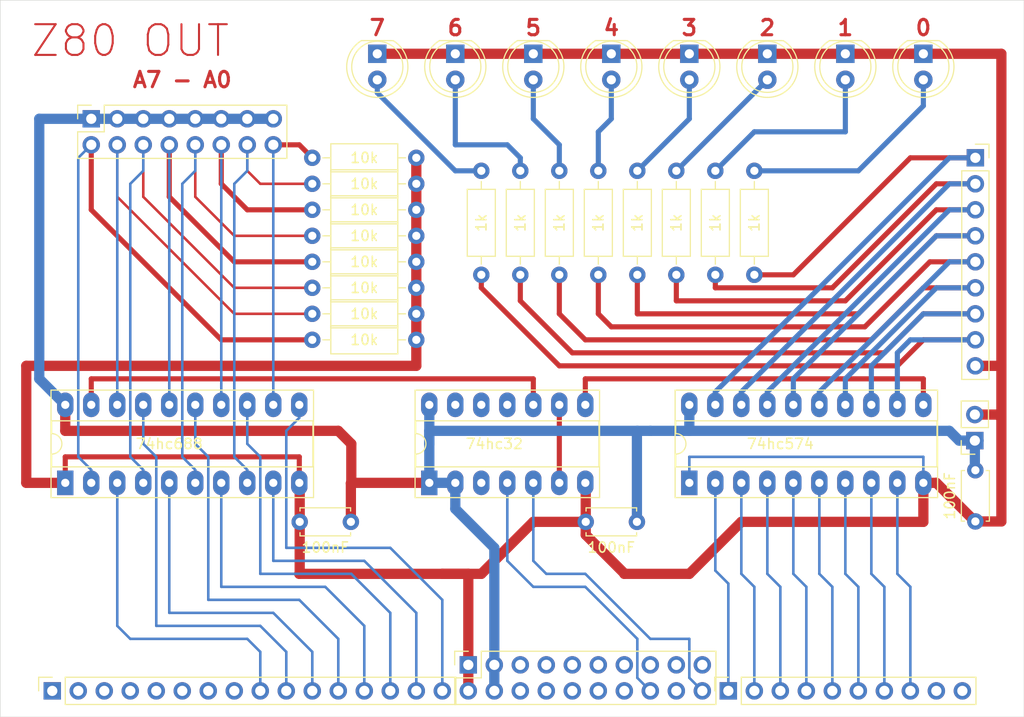
<source format=kicad_pcb>
(kicad_pcb (version 20211014) (generator pcbnew)
  (layers (0 "F.Cu" signal) (31 "B.Cu" signal) (34 "B.Paste" user) (35 "F.Paste" user) (36 "B.SilkS" user "B.Silkscreen") (37 "F.SilkS" user "F.Silkscreen") (38 "B.Mask" user) (39 "F.Mask" user) (44 "Edge.Cuts" user))
  (net 0 "")
  (footprint "Connector_PinSocket_2.54mm:PinSocket_1x10_P2.54mm_Vertical" (layer "F.Cu") (at 168.91 130.81 90)
    (fp_text reference "REF**" hide)
    (fp_text value "PinSocket_1x10_P2.54mm_Vertical" hide)
    (pad "1" thru_hole rect (at 0 0 90) (size 1.7 1.7) (drill 1) (layers F&B.Cu *.Mask))
    (pad "2" thru_hole oval (at 0 2.54 90) (size 1.7 1.7) (drill 1) (layers F&B.Cu *.Mask))
    (pad "3" thru_hole oval (at 0 5.08 90) (size 1.7 1.7) (drill 1) (layers F&B.Cu *.Mask))
    (pad "4" thru_hole oval (at 0 7.62 90) (size 1.7 1.7) (drill 1) (layers F&B.Cu *.Mask))
    (pad "5" thru_hole oval (at 0 10.16 90) (size 1.7 1.7) (drill 1) (layers F&B.Cu *.Mask))
    (pad "6" thru_hole oval (at 0 12.7 90) (size 1.7 1.7) (drill 1) (layers F&B.Cu *.Mask))
    (pad "7" thru_hole oval (at 0 15.24 90) (size 1.7 1.7) (drill 1) (layers F&B.Cu *.Mask))
    (pad "8" thru_hole oval (at 0 17.78 90) (size 1.7 1.7) (drill 1) (layers F&B.Cu *.Mask))
    (pad "9" thru_hole oval (at 0 20.32 90) (size 1.7 1.7) (drill 1) (layers F&B.Cu *.Mask))
    (pad "10" thru_hole oval (at 0 22.86 90) (size 1.7 1.7) (drill 1) (layers F&B.Cu *.Mask))
  )
  (footprint "Connector_PinSocket_2.54mm:PinSocket_2x10_P2.54mm_Vertical" (layer "F.Cu") (at 143.51 128.27 90)
    (fp_text reference "REF**" hide)
    (fp_text value "PinSocket_2x10_P2.54mm_Vertical" hide)
    (pad "1" thru_hole rect (at 0 0 90) (size 1.7 1.7) (drill 1) (layers F&B.Cu *.Mask))
    (pad "2" thru_hole oval (at -2.54 0 90) (size 1.7 1.7) (drill 1) (layers F&B.Cu *.Mask))
    (pad "3" thru_hole oval (at 0 2.54 90) (size 1.7 1.7) (drill 1) (layers F&B.Cu *.Mask))
    (pad "4" thru_hole oval (at -2.54 2.54 90) (size 1.7 1.7) (drill 1) (layers F&B.Cu *.Mask))
    (pad "5" thru_hole oval (at 0 5.08 90) (size 1.7 1.7) (drill 1) (layers F&B.Cu *.Mask))
    (pad "6" thru_hole oval (at -2.54 5.08 90) (size 1.7 1.7) (drill 1) (layers F&B.Cu *.Mask))
    (pad "7" thru_hole oval (at 0 7.62 90) (size 1.7 1.7) (drill 1) (layers F&B.Cu *.Mask))
    (pad "8" thru_hole oval (at -2.54 7.62 90) (size 1.7 1.7) (drill 1) (layers F&B.Cu *.Mask))
    (pad "9" thru_hole oval (at 0 10.16 90) (size 1.7 1.7) (drill 1) (layers F&B.Cu *.Mask))
    (pad "10" thru_hole oval (at -2.54 10.16 90) (size 1.7 1.7) (drill 1) (layers F&B.Cu *.Mask))
    (pad "11" thru_hole oval (at 0 12.7 90) (size 1.7 1.7) (drill 1) (layers F&B.Cu *.Mask))
    (pad "12" thru_hole oval (at -2.54 12.7 90) (size 1.7 1.7) (drill 1) (layers F&B.Cu *.Mask))
    (pad "13" thru_hole oval (at 0 15.24 90) (size 1.7 1.7) (drill 1) (layers F&B.Cu *.Mask))
    (pad "14" thru_hole oval (at -2.54 15.24 90) (size 1.7 1.7) (drill 1) (layers F&B.Cu *.Mask))
    (pad "15" thru_hole oval (at 0 17.78 90) (size 1.7 1.7) (drill 1) (layers F&B.Cu *.Mask))
    (pad "16" thru_hole oval (at -2.54 17.78 90) (size 1.7 1.7) (drill 1) (layers F&B.Cu *.Mask))
    (pad "17" thru_hole oval (at 0 20.32 90) (size 1.7 1.7) (drill 1) (layers F&B.Cu *.Mask))
    (pad "18" thru_hole oval (at -2.54 20.32 90) (size 1.7 1.7) (drill 1) (layers F&B.Cu *.Mask))
    (pad "19" thru_hole oval (at 0 22.86 90) (size 1.7 1.7) (drill 1) (layers F&B.Cu *.Mask))
    (pad "20" thru_hole oval (at -2.54 22.86 90) (size 1.7 1.7) (drill 1) (layers F&B.Cu *.Mask))
  )
  (footprint "Resistor_THT:R_Axial_DIN0207_L6.3mm_D2.5mm_P10.16mm_Horizontal" (layer "F.Cu") (at 144.78 90.17 90)
    (fp_text reference "1k" (at 5.08 0 90) (layer "F.SilkS"))
    (fp_text value "R_Axial_DIN0207_L6.3mm_D2.5mm_P10.16mm_Horizontal" hide)
    (pad "1" thru_hole circle (at 0 0 90) (size 1.6 1.6) (drill 0.8) (layers F&B.Cu *.Mask))
    (pad "2" thru_hole oval (at 10.16 0 90) (size 1.6 1.6) (drill 0.8) (layers F&B.Cu *.Mask))
  )
  (footprint "Resistor_THT:R_Axial_DIN0207_L6.3mm_D2.5mm_P10.16mm_Horizontal" (layer "F.Cu") (at 148.59 90.17 90)
    (fp_text reference "1k" (at 5.08 0 90) (layer "F.SilkS"))
    (fp_text value "R_Axial_DIN0207_L6.3mm_D2.5mm_P10.16mm_Horizontal" hide)
    (pad "1" thru_hole circle (at 0 0 90) (size 1.6 1.6) (drill 0.8) (layers F&B.Cu *.Mask))
    (pad "2" thru_hole oval (at 10.16 0 90) (size 1.6 1.6) (drill 0.8) (layers F&B.Cu *.Mask))
  )
  (footprint "Package_DIP:DIP-14_W7.62mm_Socket_LongPads" (layer "F.Cu") (at 139.7 110.49 90)
    (fp_text reference "74hc32" (at 3.81 6.35 180) (layer "F.SilkS"))
    (fp_text value "DIP-14_W7.62mm_Socket_LongPads" hide)
    (pad "1" thru_hole rect (at 0 0 90) (size 2.4 1.6) (drill 0.8) (layers *.Cu *.Mask))
    (pad "2" thru_hole oval (at 0 2.54 90) (size 2.4 1.6) (drill 0.8) (layers *.Cu *.Mask))
    (pad "3" thru_hole oval (at 0 5.08 90) (size 2.4 1.6) (drill 0.8) (layers *.Cu *.Mask))
    (pad "4" thru_hole oval (at 0 7.62 90) (size 2.4 1.6) (drill 0.8) (layers *.Cu *.Mask))
    (pad "5" thru_hole oval (at 0 10.16 90) (size 2.4 1.6) (drill 0.8) (layers *.Cu *.Mask))
    (pad "6" thru_hole oval (at 0 12.7 90) (size 2.4 1.6) (drill 0.8) (layers *.Cu *.Mask))
    (pad "7" thru_hole oval (at 0 15.24 90) (size 2.4 1.6) (drill 0.8) (layers *.Cu *.Mask))
    (pad "8" thru_hole oval (at 7.62 15.24 90) (size 2.4 1.6) (drill 0.8) (layers *.Cu *.Mask))
    (pad "9" thru_hole oval (at 7.62 12.7 90) (size 2.4 1.6) (drill 0.8) (layers *.Cu *.Mask))
    (pad "10" thru_hole oval (at 7.62 10.16 90) (size 2.4 1.6) (drill 0.8) (layers *.Cu *.Mask))
    (pad "11" thru_hole oval (at 7.62 7.62 90) (size 2.4 1.6) (drill 0.8) (layers *.Cu *.Mask))
    (pad "12" thru_hole oval (at 7.62 5.08 90) (size 2.4 1.6) (drill 0.8) (layers *.Cu *.Mask))
    (pad "13" thru_hole oval (at 7.62 2.54 90) (size 2.4 1.6) (drill 0.8) (layers *.Cu *.Mask))
    (pad "14" thru_hole oval (at 7.62 0 90) (size 2.4 1.6) (drill 0.8) (layers *.Cu *.Mask))
  )
  (footprint "LED_THT:LED_D5.0mm" (layer "F.Cu") (at 180.34 68.58 -90)
    (fp_text reference "REF**" hide)
    (fp_text value "LED_D5.0mm" hide)
    (pad "1" thru_hole rect (at 0 0 270) (size 1.8 1.8) (drill 0.9) (layers F&B.Cu *.Mask))
    (pad "2" thru_hole circle (at 2.54 0 270) (size 1.8 1.8) (drill 0.9) (layers F&B.Cu *.Mask))
  )
  (footprint "Connector_PinSocket_2.54mm:PinSocket_1x02_P2.54mm_Vertical" (layer "F.Cu") (at 192.99 106.3625 180)
    (fp_text reference "REF**" hide)
    (fp_text value "PinSocket_1x02_P2.54mm_Vertical" hide)
    (pad "1" thru_hole rect (at 0 0 180) (size 1.7 1.7) (drill 1) (layers *.Cu *.Mask))
    (pad "2" thru_hole oval (at 0 2.54 180) (size 1.7 1.7) (drill 1) (layers *.Cu *.Mask))
  )
  (footprint "LED_THT:LED_D5.0mm" (layer "F.Cu") (at 142.24 68.58 -90)
    (fp_text reference "REF**" hide)
    (fp_text value "LED_D5.0mm" hide)
    (pad "1" thru_hole rect (at 0 0 270) (size 1.8 1.8) (drill 0.9) (layers F&B.Cu *.Mask))
    (pad "2" thru_hole circle (at 2.54 0 270) (size 1.8 1.8) (drill 0.9) (layers F&B.Cu *.Mask))
  )
  (footprint "Connector_PinSocket_2.54mm:PinSocket_2x08_P2.54mm_Vertical" (layer "F.Cu") (at 106.68 74.93 90)
    (fp_text reference "REF**" hide)
    (fp_text value "PinSocket_2x08_P2.54mm_Vertical" hide)
    (pad "1" thru_hole rect (at 0 0 90) (size 1.7 1.7) (drill 1) (layers *.Cu *.Mask))
    (pad "2" thru_hole oval (at -2.54 0 90) (size 1.7 1.7) (drill 1) (layers *.Cu *.Mask))
    (pad "3" thru_hole oval (at 0 2.54 90) (size 1.7 1.7) (drill 1) (layers *.Cu *.Mask))
    (pad "4" thru_hole oval (at -2.54 2.54 90) (size 1.7 1.7) (drill 1) (layers *.Cu *.Mask))
    (pad "5" thru_hole oval (at 0 5.08 90) (size 1.7 1.7) (drill 1) (layers *.Cu *.Mask))
    (pad "6" thru_hole oval (at -2.54 5.08 90) (size 1.7 1.7) (drill 1) (layers *.Cu *.Mask))
    (pad "7" thru_hole oval (at 0 7.62 90) (size 1.7 1.7) (drill 1) (layers *.Cu *.Mask))
    (pad "8" thru_hole oval (at -2.54 7.62 90) (size 1.7 1.7) (drill 1) (layers *.Cu *.Mask))
    (pad "9" thru_hole oval (at 0 10.16 90) (size 1.7 1.7) (drill 1) (layers *.Cu *.Mask))
    (pad "10" thru_hole oval (at -2.54 10.16 90) (size 1.7 1.7) (drill 1) (layers *.Cu *.Mask))
    (pad "11" thru_hole oval (at 0 12.7 90) (size 1.7 1.7) (drill 1) (layers *.Cu *.Mask))
    (pad "12" thru_hole oval (at -2.54 12.7 90) (size 1.7 1.7) (drill 1) (layers *.Cu *.Mask))
    (pad "13" thru_hole oval (at 0 15.24 90) (size 1.7 1.7) (drill 1) (layers *.Cu *.Mask))
    (pad "14" thru_hole oval (at -2.54 15.24 90) (size 1.7 1.7) (drill 1) (layers *.Cu *.Mask))
    (pad "15" thru_hole oval (at 0 17.78 90) (size 1.7 1.7) (drill 1) (layers *.Cu *.Mask))
    (pad "16" thru_hole oval (at -2.54 17.78 90) (size 1.7 1.7) (drill 1) (layers *.Cu *.Mask))
  )
  (footprint "Resistor_THT:R_Axial_DIN0207_L6.3mm_D2.5mm_P10.16mm_Horizontal" (layer "F.Cu") (at 167.64 90.17 90)
    (fp_text reference "1k" (at 5.08 0 90) (layer "F.SilkS"))
    (fp_text value "R_Axial_DIN0207_L6.3mm_D2.5mm_P10.16mm_Horizontal" hide)
    (pad "1" thru_hole circle (at 0 0 90) (size 1.6 1.6) (drill 0.8) (layers F&B.Cu *.Mask))
    (pad "2" thru_hole oval (at 10.16 0 90) (size 1.6 1.6) (drill 0.8) (layers F&B.Cu *.Mask))
  )
  (footprint "Capacitor_THT:C_Disc_D4.7mm_W2.5mm_P5.00mm" (layer "F.Cu") (at 132.04 114.3 180)
    (fp_text reference "100nF" (at 2.5 -2.5) (layer "F.SilkS"))
    (fp_text value "C_Disc_D4.7mm_W2.5mm_P5.00mm" hide)
    (pad "1" thru_hole circle (at 0 0 180) (size 1.6 1.6) (drill 0.8) (layers F&B.Cu *.Mask))
    (pad "2" thru_hole circle (at 5 0 180) (size 1.6 1.6) (drill 0.8) (layers F&B.Cu *.Mask))
  )
  (footprint "Resistor_THT:R_Axial_DIN0207_L6.3mm_D2.5mm_P10.16mm_Horizontal" (layer "F.Cu") (at 156.21 90.17 90)
    (fp_text reference "1k" (at 5.08 0 90) (layer "F.SilkS"))
    (fp_text value "R_Axial_DIN0207_L6.3mm_D2.5mm_P10.16mm_Horizontal" hide)
    (pad "1" thru_hole circle (at 0 0 90) (size 1.6 1.6) (drill 0.8) (layers F&B.Cu *.Mask))
    (pad "2" thru_hole oval (at 10.16 0 90) (size 1.6 1.6) (drill 0.8) (layers F&B.Cu *.Mask))
  )
  (footprint "Resistor_THT:R_Axial_DIN0207_L6.3mm_D2.5mm_P10.16mm_Horizontal" (layer "F.Cu") (at 138.43 93.98 180)
    (fp_text reference "10k" (at 5.08 0) (layer "F.SilkS"))
    (fp_text value "R_Axial_DIN0207_L6.3mm_D2.5mm_P10.16mm_Horizontal" hide)
    (pad "1" thru_hole circle (at 0 0 180) (size 1.6 1.6) (drill 0.8) (layers F&B.Cu *.Mask))
    (pad "2" thru_hole oval (at 10.16 0 180) (size 1.6 1.6) (drill 0.8) (layers F&B.Cu *.Mask))
  )
  (footprint "Resistor_THT:R_Axial_DIN0207_L6.3mm_D2.5mm_P10.16mm_Horizontal" (layer "F.Cu") (at 138.43 78.74 180)
    (fp_text reference "10k" (at 5.08 0) (layer "F.SilkS"))
    (fp_text value "R_Axial_DIN0207_L6.3mm_D2.5mm_P10.16mm_Horizontal" hide)
    (pad "1" thru_hole circle (at 0 0 180) (size 1.6 1.6) (drill 0.8) (layers F&B.Cu *.Mask))
    (pad "2" thru_hole oval (at 10.16 0 180) (size 1.6 1.6) (drill 0.8) (layers F&B.Cu *.Mask))
  )
  (footprint "Resistor_THT:R_Axial_DIN0207_L6.3mm_D2.5mm_P10.16mm_Horizontal" (layer "F.Cu") (at 138.43 86.36 180)
    (fp_text reference "10k" (at 5.08 0) (layer "F.SilkS"))
    (fp_text value "R_Axial_DIN0207_L6.3mm_D2.5mm_P10.16mm_Horizontal" hide)
    (pad "1" thru_hole circle (at 0 0 180) (size 1.6 1.6) (drill 0.8) (layers F&B.Cu *.Mask))
    (pad "2" thru_hole oval (at 10.16 0 180) (size 1.6 1.6) (drill 0.8) (layers F&B.Cu *.Mask))
  )
  (footprint "LED_THT:LED_D5.0mm" (layer "F.Cu") (at 149.86 68.58 -90)
    (fp_text reference "REF**" hide)
    (fp_text value "LED_D5.0mm" hide)
    (pad "1" thru_hole rect (at 0 0 270) (size 1.8 1.8) (drill 0.9) (layers F&B.Cu *.Mask))
    (pad "2" thru_hole circle (at 2.54 0 270) (size 1.8 1.8) (drill 0.9) (layers F&B.Cu *.Mask))
  )
  (footprint "Package_DIP:DIP-20_W7.62mm_Socket_LongPads" (layer "F.Cu") (at 165.1 110.49 90)
    (fp_text reference "74hc574" (at 3.81 8.89 180) (layer "F.SilkS"))
    (fp_text value "DIP-20_W7.62mm_Socket_LongPads" hide)
    (pad "1" thru_hole rect (at 0 0 90) (size 2.4 1.6) (drill 0.8) (layers *.Cu *.Mask))
    (pad "2" thru_hole oval (at 0 2.54 90) (size 2.4 1.6) (drill 0.8) (layers *.Cu *.Mask))
    (pad "3" thru_hole oval (at 0 5.08 90) (size 2.4 1.6) (drill 0.8) (layers *.Cu *.Mask))
    (pad "4" thru_hole oval (at 0 7.62 90) (size 2.4 1.6) (drill 0.8) (layers *.Cu *.Mask))
    (pad "5" thru_hole oval (at 0 10.16 90) (size 2.4 1.6) (drill 0.8) (layers *.Cu *.Mask))
    (pad "6" thru_hole oval (at 0 12.7 90) (size 2.4 1.6) (drill 0.8) (layers *.Cu *.Mask))
    (pad "7" thru_hole oval (at 0 15.24 90) (size 2.4 1.6) (drill 0.8) (layers *.Cu *.Mask))
    (pad "8" thru_hole oval (at 0 17.78 90) (size 2.4 1.6) (drill 0.8) (layers *.Cu *.Mask))
    (pad "9" thru_hole oval (at 0 20.32 90) (size 2.4 1.6) (drill 0.8) (layers *.Cu *.Mask))
    (pad "10" thru_hole oval (at 0 22.86 90) (size 2.4 1.6) (drill 0.8) (layers *.Cu *.Mask))
    (pad "11" thru_hole oval (at 7.62 22.86 90) (size 2.4 1.6) (drill 0.8) (layers *.Cu *.Mask))
    (pad "12" thru_hole oval (at 7.62 20.32 90) (size 2.4 1.6) (drill 0.8) (layers *.Cu *.Mask))
    (pad "13" thru_hole oval (at 7.62 17.78 90) (size 2.4 1.6) (drill 0.8) (layers *.Cu *.Mask))
    (pad "14" thru_hole oval (at 7.62 15.24 90) (size 2.4 1.6) (drill 0.8) (layers *.Cu *.Mask))
    (pad "15" thru_hole oval (at 7.62 12.7 90) (size 2.4 1.6) (drill 0.8) (layers *.Cu *.Mask))
    (pad "16" thru_hole oval (at 7.62 10.16 90) (size 2.4 1.6) (drill 0.8) (layers *.Cu *.Mask))
    (pad "17" thru_hole oval (at 7.62 7.62 90) (size 2.4 1.6) (drill 0.8) (layers *.Cu *.Mask))
    (pad "18" thru_hole oval (at 7.62 5.08 90) (size 2.4 1.6) (drill 0.8) (layers *.Cu *.Mask))
    (pad "19" thru_hole oval (at 7.62 2.54 90) (size 2.4 1.6) (drill 0.8) (layers *.Cu *.Mask))
    (pad "20" thru_hole oval (at 7.62 0 90) (size 2.4 1.6) (drill 0.8) (layers *.Cu *.Mask))
  )
  (footprint "Resistor_THT:R_Axial_DIN0207_L6.3mm_D2.5mm_P10.16mm_Horizontal" (layer "F.Cu") (at 138.43 91.44 180)
    (fp_text reference "10k" (at 5.08 0) (layer "F.SilkS"))
    (fp_text value "R_Axial_DIN0207_L6.3mm_D2.5mm_P10.16mm_Horizontal" hide)
    (pad "1" thru_hole circle (at 0 0 180) (size 1.6 1.6) (drill 0.8) (layers F&B.Cu *.Mask))
    (pad "2" thru_hole oval (at 10.16 0 180) (size 1.6 1.6) (drill 0.8) (layers F&B.Cu *.Mask))
  )
  (footprint "Resistor_THT:R_Axial_DIN0207_L6.3mm_D2.5mm_P10.16mm_Horizontal" (layer "F.Cu") (at 152.4 90.17 90)
    (fp_text reference "1k" (at 5.08 0 90) (layer "F.SilkS"))
    (fp_text value "R_Axial_DIN0207_L6.3mm_D2.5mm_P10.16mm_Horizontal" hide)
    (pad "1" thru_hole circle (at 0 0 90) (size 1.6 1.6) (drill 0.8) (layers F&B.Cu *.Mask))
    (pad "2" thru_hole oval (at 10.16 0 90) (size 1.6 1.6) (drill 0.8) (layers F&B.Cu *.Mask))
  )
  (footprint "Resistor_THT:R_Axial_DIN0207_L6.3mm_D2.5mm_P10.16mm_Horizontal" (layer "F.Cu") (at 163.83 90.17 90)
    (fp_text reference "1k" (at 5.08 0 90) (layer "F.SilkS"))
    (fp_text value "R_Axial_DIN0207_L6.3mm_D2.5mm_P10.16mm_Horizontal" hide)
    (pad "1" thru_hole circle (at 0 0 90) (size 1.6 1.6) (drill 0.8) (layers F&B.Cu *.Mask))
    (pad "2" thru_hole oval (at 10.16 0 90) (size 1.6 1.6) (drill 0.8) (layers F&B.Cu *.Mask))
  )
  (footprint "Resistor_THT:R_Axial_DIN0207_L6.3mm_D2.5mm_P10.16mm_Horizontal" (layer "F.Cu") (at 138.43 83.82 180)
    (fp_text reference "10k" (at 5.08 0) (layer "F.SilkS"))
    (fp_text value "R_Axial_DIN0207_L6.3mm_D2.5mm_P10.16mm_Horizontal" hide)
    (pad "1" thru_hole circle (at 0 0 180) (size 1.6 1.6) (drill 0.8) (layers F&B.Cu *.Mask))
    (pad "2" thru_hole oval (at 10.16 0 180) (size 1.6 1.6) (drill 0.8) (layers F&B.Cu *.Mask))
  )
  (footprint "LED_THT:LED_D5.0mm" (layer "F.Cu") (at 157.48 68.58 -90)
    (fp_text reference "REF**" hide)
    (fp_text value "LED_D5.0mm" hide)
    (pad "1" thru_hole rect (at 0 0 270) (size 1.8 1.8) (drill 0.9) (layers F&B.Cu *.Mask))
    (pad "2" thru_hole circle (at 2.54 0 270) (size 1.8 1.8) (drill 0.9) (layers F&B.Cu *.Mask))
  )
  (footprint "LED_THT:LED_D5.0mm" (layer "F.Cu") (at 165.1 68.58 -90)
    (fp_text reference "REF**" hide)
    (fp_text value "LED_D5.0mm" hide)
    (pad "1" thru_hole rect (at 0 0 270) (size 1.8 1.8) (drill 0.9) (layers F&B.Cu *.Mask))
    (pad "2" thru_hole circle (at 2.54 0 270) (size 1.8 1.8) (drill 0.9) (layers F&B.Cu *.Mask))
  )
  (footprint "Connector_PinSocket_2.54mm:PinSocket_1x09_P2.54mm_Vertical" (layer "F.Cu") (at 193.04 78.74)
    (fp_text reference "REF**" hide)
    (fp_text value "PinSocket_1x09_P2.54mm_Vertical" hide)
    (pad "1" thru_hole rect (at 0 0) (size 1.7 1.7) (drill 1) (layers *.Cu *.Mask))
    (pad "2" thru_hole oval (at 0 2.54) (size 1.7 1.7) (drill 1) (layers *.Cu *.Mask))
    (pad "3" thru_hole oval (at 0 5.08) (size 1.7 1.7) (drill 1) (layers *.Cu *.Mask))
    (pad "4" thru_hole oval (at 0 7.62) (size 1.7 1.7) (drill 1) (layers *.Cu *.Mask))
    (pad "5" thru_hole oval (at 0 10.16) (size 1.7 1.7) (drill 1) (layers *.Cu *.Mask))
    (pad "6" thru_hole oval (at 0 12.7) (size 1.7 1.7) (drill 1) (layers *.Cu *.Mask))
    (pad "7" thru_hole oval (at 0 15.24) (size 1.7 1.7) (drill 1) (layers *.Cu *.Mask))
    (pad "8" thru_hole oval (at 0 17.78) (size 1.7 1.7) (drill 1) (layers *.Cu *.Mask))
    (pad "9" thru_hole oval (at 0 20.32) (size 1.7 1.7) (drill 1) (layers *.Cu *.Mask))
  )
  (footprint "Resistor_THT:R_Axial_DIN0207_L6.3mm_D2.5mm_P10.16mm_Horizontal" (layer "F.Cu") (at 138.43 88.9 180)
    (fp_text reference "10k" (at 5.08 0) (layer "F.SilkS"))
    (fp_text value "R_Axial_DIN0207_L6.3mm_D2.5mm_P10.16mm_Horizontal" hide)
    (pad "1" thru_hole circle (at 0 0 180) (size 1.6 1.6) (drill 0.8) (layers F&B.Cu *.Mask))
    (pad "2" thru_hole oval (at 10.16 0 180) (size 1.6 1.6) (drill 0.8) (layers F&B.Cu *.Mask))
  )
  (footprint "LED_THT:LED_D5.0mm" (layer "F.Cu") (at 187.96 68.58 -90)
    (fp_text reference "REF**" hide)
    (fp_text value "LED_D5.0mm" hide)
    (pad "1" thru_hole rect (at 0 0 270) (size 1.8 1.8) (drill 0.9) (layers F&B.Cu *.Mask))
    (pad "2" thru_hole circle (at 2.54 0 270) (size 1.8 1.8) (drill 0.9) (layers F&B.Cu *.Mask))
  )
  (footprint "LED_THT:LED_D5.0mm" (layer "F.Cu") (at 134.62 68.58 -90)
    (fp_text reference "REF**" hide)
    (fp_text value "LED_D5.0mm" hide)
    (pad "1" thru_hole rect (at 0 0 270) (size 1.8 1.8) (drill 0.9) (layers *.Cu *.Mask))
    (pad "2" thru_hole circle (at 2.54 0 270) (size 1.8 1.8) (drill 0.9) (layers *.Cu *.Mask))
  )
  (footprint "Resistor_THT:R_Axial_DIN0207_L6.3mm_D2.5mm_P10.16mm_Horizontal" (layer "F.Cu") (at 160.02 90.17 90)
    (fp_text reference "1k" (at 5.08 0 90) (layer "F.SilkS"))
    (fp_text value "R_Axial_DIN0207_L6.3mm_D2.5mm_P10.16mm_Horizontal" hide)
    (pad "1" thru_hole circle (at 0 0 90) (size 1.6 1.6) (drill 0.8) (layers F&B.Cu *.Mask))
    (pad "2" thru_hole oval (at 10.16 0 90) (size 1.6 1.6) (drill 0.8) (layers F&B.Cu *.Mask))
  )
  (footprint "Resistor_THT:R_Axial_DIN0207_L6.3mm_D2.5mm_P10.16mm_Horizontal" (layer "F.Cu") (at 138.43 96.52 180)
    (fp_text reference "10k" (at 5.08 0) (layer "F.SilkS"))
    (fp_text value "R_Axial_DIN0207_L6.3mm_D2.5mm_P10.16mm_Horizontal" hide)
    (pad "1" thru_hole circle (at 0 0 180) (size 1.6 1.6) (drill 0.8) (layers F&B.Cu *.Mask))
    (pad "2" thru_hole oval (at 10.16 0 180) (size 1.6 1.6) (drill 0.8) (layers F&B.Cu *.Mask))
  )
  (footprint "LED_THT:LED_D5.0mm" (layer "F.Cu") (at 172.72 68.58 -90)
    (fp_text reference "REF**" hide)
    (fp_text value "LED_D5.0mm" hide)
    (pad "1" thru_hole rect (at 0 0 270) (size 1.8 1.8) (drill 0.9) (layers F&B.Cu *.Mask))
    (pad "2" thru_hole circle (at 2.54 0 270) (size 1.8 1.8) (drill 0.9) (layers F&B.Cu *.Mask))
  )
  (footprint "Capacitor_THT:C_Disc_D4.7mm_W2.5mm_P5.00mm" (layer "F.Cu") (at 193.04 114.26 90)
    (fp_text reference "100nF" (at 2.5 -2.5 90) (layer "F.SilkS"))
    (fp_text value "C_Disc_D4.7mm_W2.5mm_P5.00mm" hide)
    (pad "1" thru_hole circle (at 0 0 90) (size 1.6 1.6) (drill 0.8) (layers F&B.Cu *.Mask))
    (pad "2" thru_hole circle (at 5 0 90) (size 1.6 1.6) (drill 0.8) (layers F&B.Cu *.Mask))
  )
  (footprint "Capacitor_THT:C_Disc_D4.7mm_W2.5mm_P5.00mm" (layer "F.Cu") (at 159.98 114.3 180)
    (fp_text reference "100nF" (at 2.5 -2.5) (layer "F.SilkS"))
    (fp_text value "C_Disc_D4.7mm_W2.5mm_P5.00mm" hide)
    (pad "1" thru_hole circle (at 0 0 180) (size 1.6 1.6) (drill 0.8) (layers F&B.Cu *.Mask))
    (pad "2" thru_hole circle (at 5 0 180) (size 1.6 1.6) (drill 0.8) (layers F&B.Cu *.Mask))
  )
  (footprint "Resistor_THT:R_Axial_DIN0207_L6.3mm_D2.5mm_P10.16mm_Horizontal" (layer "F.Cu") (at 171.45 90.17 90)
    (fp_text reference "1k" (at 5.08 0 90) (layer "F.SilkS"))
    (fp_text value "R_Axial_DIN0207_L6.3mm_D2.5mm_P10.16mm_Horizontal" hide)
    (pad "1" thru_hole circle (at 0 0 90) (size 1.6 1.6) (drill 0.8) (layers F&B.Cu *.Mask))
    (pad "2" thru_hole oval (at 10.16 0 90) (size 1.6 1.6) (drill 0.8) (layers F&B.Cu *.Mask))
  )
  (footprint "Package_DIP:DIP-20_W7.62mm_Socket_LongPads" (layer "F.Cu") (at 104.14 110.49 90)
    (fp_text reference "74hc688" (at 3.81 10.16 180) (layer "F.SilkS"))
    (fp_text value "DIP-20_W7.62mm_Socket_LongPads" hide)
    (pad "1" thru_hole rect (at 0 0 90) (size 2.4 1.6) (drill 0.8) (layers *.Cu *.Mask))
    (pad "2" thru_hole oval (at 0 2.54 90) (size 2.4 1.6) (drill 0.8) (layers *.Cu *.Mask))
    (pad "3" thru_hole oval (at 0 5.08 90) (size 2.4 1.6) (drill 0.8) (layers *.Cu *.Mask))
    (pad "4" thru_hole oval (at 0 7.62 90) (size 2.4 1.6) (drill 0.8) (layers *.Cu *.Mask))
    (pad "5" thru_hole oval (at 0 10.16 90) (size 2.4 1.6) (drill 0.8) (layers *.Cu *.Mask))
    (pad "6" thru_hole oval (at 0 12.7 90) (size 2.4 1.6) (drill 0.8) (layers *.Cu *.Mask))
    (pad "7" thru_hole oval (at 0 15.24 90) (size 2.4 1.6) (drill 0.8) (layers *.Cu *.Mask))
    (pad "8" thru_hole oval (at 0 17.78 90) (size 2.4 1.6) (drill 0.8) (layers *.Cu *.Mask))
    (pad "9" thru_hole oval (at 0 20.32 90) (size 2.4 1.6) (drill 0.8) (layers *.Cu *.Mask))
    (pad "10" thru_hole oval (at 0 22.86 90) (size 2.4 1.6) (drill 0.8) (layers *.Cu *.Mask))
    (pad "11" thru_hole oval (at 7.62 22.86 90) (size 2.4 1.6) (drill 0.8) (layers *.Cu *.Mask))
    (pad "12" thru_hole oval (at 7.62 20.32 90) (size 2.4 1.6) (drill 0.8) (layers *.Cu *.Mask))
    (pad "13" thru_hole oval (at 7.62 17.78 90) (size 2.4 1.6) (drill 0.8) (layers *.Cu *.Mask))
    (pad "14" thru_hole oval (at 7.62 15.24 90) (size 2.4 1.6) (drill 0.8) (layers *.Cu *.Mask))
    (pad "15" thru_hole oval (at 7.62 12.7 90) (size 2.4 1.6) (drill 0.8) (layers *.Cu *.Mask))
    (pad "16" thru_hole oval (at 7.62 10.16 90) (size 2.4 1.6) (drill 0.8) (layers *.Cu *.Mask))
    (pad "17" thru_hole oval (at 7.62 7.62 90) (size 2.4 1.6) (drill 0.8) (layers *.Cu *.Mask))
    (pad "18" thru_hole oval (at 7.62 5.08 90) (size 2.4 1.6) (drill 0.8) (layers *.Cu *.Mask))
    (pad "19" thru_hole oval (at 7.62 2.54 90) (size 2.4 1.6) (drill 0.8) (layers *.Cu *.Mask))
    (pad "20" thru_hole oval (at 7.62 0 90) (size 2.4 1.6) (drill 0.8) (layers *.Cu *.Mask))
  )
  (footprint "Connector_PinSocket_2.54mm:PinSocket_1x16_P2.54mm_Vertical" (layer "F.Cu") (at 102.87 130.81 90)
    (fp_text reference "REF**" hide)
    (fp_text value "PinSocket_1x16_P2.54mm_Vertical" hide)
    (pad "1" thru_hole rect (at 0 0 90) (size 1.7 1.7) (drill 1) (layers F&B.Cu *.Mask))
    (pad "2" thru_hole oval (at 0 2.54 90) (size 1.7 1.7) (drill 1) (layers F&B.Cu *.Mask))
    (pad "3" thru_hole oval (at 0 5.08 90) (size 1.7 1.7) (drill 1) (layers F&B.Cu *.Mask))
    (pad "4" thru_hole oval (at 0 7.62 90) (size 1.7 1.7) (drill 1) (layers F&B.Cu *.Mask))
    (pad "5" thru_hole oval (at 0 10.16 90) (size 1.7 1.7) (drill 1) (layers F&B.Cu *.Mask))
    (pad "6" thru_hole oval (at 0 12.7 90) (size 1.7 1.7) (drill 1) (layers F&B.Cu *.Mask))
    (pad "7" thru_hole oval (at 0 15.24 90) (size 1.7 1.7) (drill 1) (layers F&B.Cu *.Mask))
    (pad "8" thru_hole oval (at 0 17.78 90) (size 1.7 1.7) (drill 1) (layers F&B.Cu *.Mask))
    (pad "9" thru_hole oval (at 0 20.32 90) (size 1.7 1.7) (drill 1) (layers F&B.Cu *.Mask))
    (pad "10" thru_hole oval (at 0 22.86 90) (size 1.7 1.7) (drill 1) (layers F&B.Cu *.Mask))
    (pad "11" thru_hole oval (at 0 25.4 90) (size 1.7 1.7) (drill 1) (layers F&B.Cu *.Mask))
    (pad "12" thru_hole oval (at 0 27.94 90) (size 1.7 1.7) (drill 1) (layers F&B.Cu *.Mask))
    (pad "13" thru_hole oval (at 0 30.48 90) (size 1.7 1.7) (drill 1) (layers F&B.Cu *.Mask))
    (pad "14" thru_hole oval (at 0 33.02 90) (size 1.7 1.7) (drill 1) (layers F&B.Cu *.Mask))
    (pad "15" thru_hole oval (at 0 35.56 90) (size 1.7 1.7) (drill 1) (layers F&B.Cu *.Mask))
    (pad "16" thru_hole oval (at 0 38.1 90) (size 1.7 1.7) (drill 1) (layers F&B.Cu *.Mask))
  )
  (footprint "Resistor_THT:R_Axial_DIN0207_L6.3mm_D2.5mm_P10.16mm_Horizontal" (layer "F.Cu") (at 138.43 81.28 180)
    (fp_text reference "10k" (at 5.08 0) (layer "F.SilkS"))
    (fp_text value "R_Axial_DIN0207_L6.3mm_D2.5mm_P10.16mm_Horizontal" hide)
    (pad "1" thru_hole circle (at 0 0 180) (size 1.6 1.6) (drill 0.8) (layers F&B.Cu *.Mask))
    (pad "2" thru_hole oval (at 10.16 0 180) (size 1.6 1.6) (drill 0.8) (layers F&B.Cu *.Mask))
  )
  (gr_rect (start 97.79 63.35) (end 197.79 133.35) (layer "Edge.Cuts") (width 0.05) (fill none))
  (gr_text "6" (at 142.24 66.04) (layer "F.Cu") (effects (font (size 1.5 1.5) (thickness 0.3))))
  (gr_text "A7 - A0" (at 115.57 71.12) (layer "F.Cu") (effects (font (size 1.5 1.5) (thickness 0.3))))
  (gr_text "Z80 OUT" (at 110.49 67.31) (layer "F.Cu") (effects (font (size 3 3) (thickness 0.2))))
  (gr_text "3" (at 165.1 66.04) (layer "F.Cu") (effects (font (size 1.5 1.5) (thickness 0.3))))
  (gr_text "2" (at 172.72 66.04) (layer "F.Cu") (effects (font (size 1.5 1.5) (thickness 0.3))))
  (gr_text "4" (at 157.48 66.04) (layer "F.Cu") (effects (font (size 1.5 1.5) (thickness 0.3))))
  (gr_text "1" (at 180.34 66.04) (layer "F.Cu") (effects (font (size 1.5 1.5) (thickness 0.3))))
  (gr_text "5" (at 149.86 66.04) (layer "F.Cu") (effects (font (size 1.5 1.5) (thickness 0.3))))
  (gr_text "7" (at 134.62 66.04) (layer "F.Cu") (effects (font (size 1.5 1.5) (thickness 0.3))))
  (gr_text "0" (at 187.96 66.04) (layer "F.Cu") (effects (font (size 1.5 1.5) (thickness 0.3))))
  (segment (start 138.43 86.36) (end 138.43 88.9) (width 1) (layer "F.Cu") (net 0))
  (segment (start 172.72 68.58) (end 180.34 68.58) (width 1) (layer "F.Cu") (net 0))
  (segment (start 186.69 68.58) (end 187.96 68.58) (width 1) (layer "F.Cu") (net 0))
  (segment (start 149.86 68.58) (end 157.48 68.58) (width 1) (layer "F.Cu") (net 0))
  (segment (start 140.97 119.38) (end 144.78 119.38) (width 1) (layer "F.Cu") (net 0))
  (segment (start 120.65 88.9) (end 114.3 82.55) (width 0.5) (layer "F.Cu") (net 0))
  (segment (start 127 77.47) (end 124.46 77.47) (width 0.5) (layer "F.Cu") (net 0))
  (segment (start 193 114.26) (end 193.04 114.26) (width 1) (layer "F.Cu") (net 0))
  (segment (start 193.04 96.52) (end 187.96 96.52) (width 0.5) (layer "F.Cu") (net 0))
  (segment (start 127.04 110.53) (end 127 110.49) (width 1) (layer "F.Cu") (net 0))
  (segment (start 132.08 106.68) (end 130.81 105.41) (width 1) (layer "F.Cu") (net 0))
  (segment (start 158.75 119.38) (end 165.1 119.38) (width 1) (layer "F.Cu") (net 0))
  (segment (start 157.48 95.25) (end 182.245 95.25) (width 0.5) (layer "F.Cu") (net 0))
  (segment (start 195.58 68.58) (end 186.69 68.58) (width 1) (layer "F.Cu") (net 0))
  (segment (start 144.78 119.38) (end 149.86 114.3) (width 1) (layer "F.Cu") (net 0))
  (segment (start 154.98 110.53) (end 154.94 110.49) (width 1) (layer "F.Cu") (net 0))
  (segment (start 180.34 68.58) (end 186.69 68.58) (width 1) (layer "F.Cu") (net 0))
  (segment (start 144.78 91.44) (end 144.78 90.17) (width 0.5) (layer "F.Cu") (net 0))
  (segment (start 175.26 90.17) (end 186.69 78.74) (width 0.5) (layer "F.Cu") (net 0))
  (segment (start 188.595 88.9) (end 193.04 88.9) (width 0.5) (layer "F.Cu") (net 0))
  (segment (start 185.42 99.06) (end 152.4 99.06) (width 0.5) (layer "F.Cu") (net 0))
  (segment (start 120.65 86.36) (end 128.27 86.36) (width 0.25) (layer "F.Cu") (net 0))
  (segment (start 152.4 99.06) (end 144.78 91.44) (width 0.5) (layer "F.Cu") (net 0))
  (segment (start 127 119.38) (end 127.04 119.34) (width 1) (layer "F.Cu") (net 0))
  (segment (start 121.92 80.01) (end 123.19 81.28) (width 0.25) (layer "F.Cu") (net 0))
  (segment (start 195.2625 103.8225) (end 195.58 104.14) (width 1) (layer "F.Cu") (net 0))
  (segment (start 163.83 92.71) (end 180.34 92.71) (width 0.5) (layer "F.Cu") (net 0))
  (segment (start 195.58 104.14) (end 195.58 99.06) (width 1) (layer "F.Cu") (net 0))
  (segment (start 100.33 110.49) (end 104.14 110.49) (width 1) (layer "F.Cu") (net 0))
  (segment (start 182.88 96.52) (end 154.94 96.52) (width 0.5) (layer "F.Cu") (net 0))
  (segment (start 130.81 105.41) (end 104.14 105.41) (width 1) (layer "F.Cu") (net 0))
  (segment (start 187.96 100.33) (end 187.96 102.87) (width 0.5) (layer "F.Cu") (net 0))
  (segment (start 127.04 119.34) (end 127.04 114.3) (width 1) (layer "F.Cu") (net 0))
  (segment (start 195.58 99.06) (end 193.04 99.06) (width 1) (layer "F.Cu") (net 0))
  (segment (start 123.19 81.28) (end 128.27 81.28) (width 0.25) (layer "F.Cu") (net 0))
  (segment (start 154.94 96.52) (end 152.4 93.98) (width 0.5) (layer "F.Cu") (net 0))
  (segment (start 128.27 88.9) (end 120.65 88.9) (width 0.5) (layer "F.Cu") (net 0))
  (segment (start 100.33 99.06) (end 100.33 110.49) (width 1) (layer "F.Cu") (net 0))
  (segment (start 138.43 88.9) (end 138.43 91.44) (width 1) (layer "F.Cu") (net 0))
  (segment (start 152.4 102.87) (end 152.4 110.49) (width 0.5) (layer "F.Cu") (net 0))
  (segment (start 127.04 114.3) (end 127.04 110.53) (width 1) (layer "F.Cu") (net 0))
  (segment (start 140.97 119.38) (end 127 119.38) (width 1) (layer "F.Cu") (net 0))
  (segment (start 189.23 86.36) (end 181.61 93.98) (width 0.5) (layer "F.Cu") (net 0))
  (segment (start 116.84 77.47) (end 116.84 82.55) (width 0.25) (layer "F.Cu") (net 0))
  (segment (start 193.04 86.36) (end 189.23 86.36) (width 0.5) (layer "F.Cu") (net 0))
  (segment (start 106.68 102.87) (end 106.68 100.33) (width 0.5) (layer "F.Cu") (net 0))
  (segment (start 182.245 95.25) (end 188.595 88.9) (width 0.5) (layer "F.Cu") (net 0))
  (segment (start 167.64 91.44) (end 179.07 91.44) (width 0.5) (layer "F.Cu") (net 0))
  (segment (start 157.48 68.58) (end 165.1 68.58) (width 1) (layer "F.Cu") (net 0))
  (segment (start 189.23 110.49) (end 193 114.26) (width 1) (layer "F.Cu") (net 0))
  (segment (start 148.59 92.71) (end 153.67 97.79) (width 0.5) (layer "F.Cu") (net 0))
  (segment (start 156.21 90.17) (end 156.21 93.98) (width 0.5) (layer "F.Cu") (net 0))
  (segment (start 187.96 114.3) (end 187.96 110.49) (width 1) (layer "F.Cu") (net 0))
  (segment (start 195.58 114.26) (end 195.58 104.14) (width 1) (layer "F.Cu") (net 0))
  (segment (start 181.61 93.98) (end 160.02 93.98) (width 0.5) (layer "F.Cu") (net 0))
  (segment (start 104.14 107.95) (end 127 107.95) (width 0.5) (layer "F.Cu") (net 0))
  (segment (start 111.76 82.55) (end 120.65 91.44) (width 0.25) (layer "F.Cu") (net 0))
  (segment (start 149.86 114.3) (end 154.98 114.3) (width 1) (layer "F.Cu") (net 0))
  (segment (start 104.14 110.49) (end 104.14 107.95) (width 0.5) (layer "F.Cu") (net 0))
  (segment (start 187.96 93.98) (end 193.04 93.98) (width 0.5) (layer "F.Cu") (net 0))
  (segment (start 106.68 83.82) (end 106.68 77.47) (width 0.5) (layer "F.Cu") (net 0))
  (segment (start 121.92 77.47) (end 121.92 80.01) (width 0.25) (layer "F.Cu") (net 0))
  (segment (start 148.59 90.17) (end 148.59 92.71) (width 0.5) (layer "F.Cu") (net 0))
  (segment (start 154.98 115.57) (end 158.75 119.34) (width 1) (layer "F.Cu") (net 0))
  (segment (start 170.18 114.3) (end 187.96 114.3) (width 1) (layer "F.Cu") (net 0))
  (segment (start 193.04 91.44) (end 187.96 91.44) (width 0.5) (layer "F.Cu") (net 0))
  (segment (start 165.1 68.58) (end 172.72 68.58) (width 1) (layer "F.Cu") (net 0))
  (segment (start 138.43 81.28) (end 138.43 83.82) (width 1) (layer "F.Cu") (net 0))
  (segment (start 138.43 99.06) (end 100.33 99.06) (width 1) (layer "F.Cu") (net 0))
  (segment (start 132.08 110.49) (end 132.08 106.68) (width 1) (layer "F.Cu") (net 0))
  (segment (start 189.23 83.82) (end 193.04 83.82) (width 0.5) (layer "F.Cu") (net 0))
  (segment (start 128.27 96.52) (end 119.38 96.52) (width 0.5) (layer "F.Cu") (net 0))
  (segment (start 106.68 100.33) (end 149.86 100.33) (width 0.5) (layer "F.Cu") (net 0))
  (segment (start 195.58 99.06) (end 195.58 68.58) (width 1) (layer "F.Cu") (net 0))
  (segment (start 165.1 119.38) (end 170.18 114.3) (width 1) (layer "F.Cu") (net 0))
  (segment (start 114.3 82.55) (end 114.3 77.47) (width 0.5) (layer "F.Cu") (net 0))
  (segment (start 132.04 114.3) (end 132.04 110.53) (width 1) (layer "F.Cu") (net 0))
  (segment (start 109.22 82.55) (end 120.65 93.98) (width 0.25) (layer "F.Cu") (net 0))
  (segment (start 119.38 81.28) (end 119.38 77.47) (width 0.5) (layer "F.Cu") (net 0))
  (segment (start 119.38 96.52) (end 106.68 83.82) (width 0.5) (layer "F.Cu") (net 0))
  (segment (start 186.69 78.74) (end 193.04 78.74) (width 0.5) (layer "F.Cu") (net 0))
  (segment (start 153.67 97.79) (end 184.15 97.79) (width 0.5) (layer "F.Cu") (net 0))
  (segment (start 134.62 68.58) (end 149.86 68.58) (width 1) (layer "F.Cu") (net 0))
  (segment (start 138.43 83.82) (end 138.43 86.36) (width 1) (layer "F.Cu") (net 0))
  (segment (start 149.86 100.33) (end 149.86 102.87) (width 0.5) (layer "F.Cu") (net 0))
  (segment (start 171.45 90.17) (end 175.26 90.17) (width 0.5) (layer "F.Cu") (net 0))
  (segment (start 167.64 90.17) (end 167.64 91.44) (width 0.5) (layer "F.Cu") (net 0))
  (segment (start 128.27 83.82) (end 121.92 83.82) (width 0.5) (layer "F.Cu") (net 0))
  (segment (start 152.4 93.98) (end 152.4 90.17) (width 0.5) (layer "F.Cu") (net 0))
  (segment (start 104.14 105.41) (end 104.14 102.87) (width 1) (layer "F.Cu") (net 0))
  (segment (start 138.43 78.74) (end 138.43 81.28) (width 1) (layer "F.Cu") (net 0))
  (segment (start 154.94 100.33) (end 187.96 100.33) (width 0.5) (layer "F.Cu") (net 0))
  (segment (start 120.65 91.44) (end 128.27 91.44) (width 0.25) (layer "F.Cu") (net 0))
  (segment (start 184.15 97.79) (end 187.96 93.98) (width 0.5) (layer "F.Cu") (net 0))
  (segment (start 160.02 93.98) (end 160.02 90.17) (width 0.5) (layer "F.Cu") (net 0))
  (segment (start 132.04 110.53) (end 132.08 110.49) (width 1) (layer "F.Cu") (net 0))
  (segment (start 121.92 83.82) (end 119.38 81.28) (width 0.5) (layer "F.Cu") (net 0))
  (segment (start 111.76 77.47) (end 111.76 82.55) (width 0.25) (layer "F.Cu") (net 0))
  (segment (start 116.84 82.55) (end 120.65 86.36) (width 0.25) (layer "F.Cu") (net 0))
  (segment (start 193.3575 103.8225) (end 195.2625 103.8225) (width 1) (layer "F.Cu") (net 0))
  (segment (start 156.21 93.98) (end 157.48 95.25) (width 0.5) (layer "F.Cu") (net 0))
  (segment (start 187.96 91.44) (end 182.88 96.52) (width 0.5) (layer "F.Cu") (net 0))
  (segment (start 163.83 90.17) (end 163.83 92.71) (width 0.5) (layer "F.Cu") (net 0))
  (segment (start 143.51 130.81) (end 143.51 128.27) (width 1) (layer "F.Cu") (net 0))
  (segment (start 158.75 119.34) (end 158.75 119.38) (width 1) (layer "F.Cu") (net 0))
  (segment (start 120.65 93.98) (end 128.27 93.98) (width 0.25) (layer "F.Cu") (net 0))
  (segment (start 154.98 114.3) (end 154.98 110.53) (width 1) (layer "F.Cu") (net 0))
  (segment (start 180.34 92.71) (end 189.23 83.82) (width 0.5) (layer "F.Cu") (net 0))
  (segment (start 193.04 114.26) (end 195.58 114.26) (width 1) (layer "F.Cu") (net 0))
  (segment (start 187.96 96.52) (end 185.42 99.06) (width 0.5) (layer "F.Cu") (net 0))
  (segment (start 109.22 77.47) (end 109.22 82.55) (width 0.25) (layer "F.Cu") (net 0))
  (segment (start 189.23 81.28) (end 193.04 81.28) (width 0.5) (layer "F.Cu") (net 0))
  (segment (start 143.51 119.38) (end 140.97 119.38) (width 1) (layer "F.Cu") (net 0))
  (segment (start 179.07 91.44) (end 189.23 81.28) (width 0.5) (layer "F.Cu") (net 0))
  (segment (start 143.51 128.27) (end 143.51 119.38) (width 1) (layer "F.Cu") (net 0))
  (segment (start 187.96 110.49) (end 189.23 110.49) (width 1) (layer "F.Cu") (net 0))
  (segment (start 132.08 110.49) (end 139.7 110.49) (width 1) (layer "F.Cu") (net 0))
  (segment (start 127 107.95) (end 127 110.49) (width 0.5) (layer "F.Cu") (net 0))
  (segment (start 128.27 78.74) (end 127 77.47) (width 0.5) (layer "F.Cu") (net 0))
  (segment (start 154.98 114.3) (end 154.98 115.57) (width 1) (layer "F.Cu") (net 0))
  (segment (start 138.43 91.44) (end 138.43 99.06) (width 1) (layer "F.Cu") (net 0))
  (segment (start 154.94 102.87) (end 154.94 100.33) (width 0.5) (layer "F.Cu") (net 0))
  (segment (start 175.26 102.87) (end 175.26 100.33) (width 0.5) (layer "B.Cu") (net 0))
  (segment (start 192.99 106.73) (end 193.3575 106.3625) (width 1) (layer "B.Cu") (net 0))
  (segment (start 181.61 130.81) (end 181.61 120.65) (width 0.25) (layer "B.Cu") (net 0))
  (segment (start 177.8 110.49) (end 177.8 119.38) (width 0.25) (layer "B.Cu") (net 0))
  (segment (start 148.59 80.01) (end 148.59 78.74) (width 0.5) (layer "B.Cu") (net 0))
  (segment (start 121.92 110.49) (end 121.92 109.22) (width 0.25) (layer "B.Cu") (net 0))
  (segment (start 167.64 80.01) (end 171.45 76.2) (width 0.5) (layer "B.Cu") (net 0))
  (segment (start 114.3 74.93) (end 111.76 74.93) (width 1) (layer "B.Cu") (net 0))
  (segment (start 121.92 109.22) (end 120.65 107.95) (width 0.25) (layer "B.Cu") (net 0))
  (segment (start 171.45 80.01) (end 181.61 80.01) (width 0.5) (layer "B.Cu") (net 0))
  (segment (start 147.32 77.47) (end 142.24 77.47) (width 0.5) (layer "B.Cu") (net 0))
  (segment (start 185.42 102.87) (end 185.42 97.79) (width 0.5) (layer "B.Cu") (net 0))
  (segment (start 116.84 106.68) (end 118.11 107.95) (width 0.25) (layer "B.Cu") (net 0))
  (segment (start 115.57 107.95) (end 115.57 81.28) (width 0.25) (layer "B.Cu") (net 0))
  (segment (start 172.72 110.49) (end 172.72 119.38) (width 0.25) (layer "B.Cu") (net 0))
  (segment (start 177.8 101.6) (end 177.8 102.87) (width 0.5) (layer "B.Cu") (net 0))
  (segment (start 101.6 100.33) (end 101.6 74.93) (width 1) (layer "B.Cu") (net 0))
  (segment (start 151.13 119.38) (end 149.86 118.11) (width 0.25) (layer "B.Cu") (net 0))
  (segment (start 116.84 109.22) (end 115.57 107.95) (width 0.25) (layer "B.Cu") (net 0))
  (segment (start 171.45 76.2) (end 180.34 76.2) (width 0.5) (layer "B.Cu") (net 0))
  (segment (start 118.11 107.95) (end 118.11 121.92) (width 0.25) (layer "B.Cu") (net 0))
  (segment (start 187.96 107.95) (end 187.96 110.49) (width 0.25) (layer "B.Cu") (net 0))
  (segment (start 121.92 106.68) (end 123.19 107.95) (width 0.25) (layer "B.Cu") (net 0))
  (segment (start 121.92 125.73) (end 110.49 125.73) (width 0.25) (layer "B.Cu") (net 0))
  (segment (start 116.84 102.87) (end 116.84 106.68) (width 0.25) (layer "B.Cu") (net 0))
  (segment (start 128.27 127) (end 128.27 130.81) (width 0.25) (layer "B.Cu") (net 0))
  (segment (start 139.7 110.49) (end 139.7 106.68) (width 1) (layer "B.Cu") (net 0))
  (segment (start 190.5 78.74) (end 167.64 101.6) (width 0.5) (layer "B.Cu") (net 0))
  (segment (start 182.88 99.06) (end 182.88 102.87) (width 0.5) (layer "B.Cu") (net 0))
  (segment (start 177.8 119.38) (end 179.07 120.65) (width 0.25) (layer "B.Cu") (net 0))
  (segment (start 125.73 105.41) (end 125.73 116.84) (width 0.25) (layer "B.Cu") (net 0))
  (segment (start 139.7 110.49) (end 142.24 110.49) (width 1) (layer "B.Cu") (net 0))
  (segment (start 176.53 130.81) (end 176.53 120.65) (width 0.25) (layer "B.Cu") (net 0))
  (segment (start 154.94 119.38) (end 151.13 119.38) (width 0.25) (layer "B.Cu") (net 0))
  (segment (start 135.89 123.19) (end 135.89 130.81) (width 0.25) (layer "B.Cu") (net 0))
  (segment (start 111.76 106.68) (end 113.03 107.95) (width 0.25) (layer "B.Cu") (net 0))
  (segment (start 175.26 100.33) (end 189.23 86.36) (width 0.5) (layer "B.Cu") (net 0))
  (segment (start 161.29 125.73) (end 154.94 119.38) (width 0.25) (layer "B.Cu") (net 0))
  (segment (start 186.69 130.81) (end 186.69 120.65) (width 0.25) (layer "B.Cu") (net 0))
  (segment (start 156.21 76.2) (end 156.21 80.01) (width 0.5) (layer "B.Cu") (net 0))
  (segment (start 113.03 124.46) (end 123.19 124.46) (width 0.25) (layer "B.Cu") (net 0))
  (segment (start 176.53 120.65) (end 175.26 119.38) (width 0.25) (layer "B.Cu") (net 0))
  (segment (start 149.86 120.65) (end 147.32 118.11) (width 0.25) (layer "B.Cu") (net 0))
  (segment (start 105.41 78.74) (end 106.68 77.47) (width 0.25) (layer "B.Cu") (net 0))
  (segment (start 125.73 127) (end 125.73 130.81) (width 0.25) (layer "B.Cu") (net 0))
  (segment (start 165.1 74.93) (end 160.02 80.01) (width 0.5) (layer "B.Cu") (net 0))
  (segment (start 119.38 74.93) (end 116.84 74.93) (width 1) (layer "B.Cu") (net 0))
  (segment (start 161.29 105.41) (end 165.1 105.41) (width 1) (layer "B.Cu") (net 0))
  (segment (start 127 102.87) (end 127 104.14) (width 0.25) (layer "B.Cu") (net 0))
  (segment (start 175.26 119.38) (end 175.26 110.49) (width 0.25) (layer "B.Cu") (net 0))
  (segment (start 114.3 110.49) (end 114.3 123.19) (width 0.25) (layer "B.Cu") (net 0))
  (segment (start 116.84 110.49) (end 116.84 109.22) (width 0.25) (layer "B.Cu") (net 0))
  (segment (start 154.94 120.65) (end 149.86 120.65) (width 0.25) (layer "B.Cu") (net 0))
  (segment (start 115.57 81.28) (end 116.84 80.01) (width 0.25) (layer "B.Cu") (net 0))
  (segment (start 105.41 107.95) (end 105.41 78.74) (width 0.25) (layer "B.Cu") (net 0))
  (segment (start 156.21 121.92) (end 154.94 120.65) (width 0.25) (layer "B.Cu") (net 0))
  (segment (start 109.22 124.46) (end 109.22 110.49) (width 0.25) (layer "B.Cu") (net 0))
  (segment (start 116.84 74.93) (end 114.3 74.93) (width 1) (layer "B.Cu") (net 0))
  (segment (start 182.88 110.49) (end 182.88 119.38) (width 0.25) (layer "B.Cu") (net 0))
  (segment (start 113.03 107.95) (end 113.03 124.46) (width 0.25) (layer "B.Cu") (net 0))
  (segment (start 111.76 109.22) (end 110.49 107.95) (width 0.25) (layer "B.Cu") (net 0))
  (segment (start 157.48 71.12) (end 157.48 74.93) (width 0.5) (layer "B.Cu") (net 0))
  (segment (start 130.81 125.73) (end 130.81 130.81) (width 0.25) (layer "B.Cu") (net 0))
  (segment (start 110.49 125.73) (end 109.22 124.46) (width 0.25) (layer "B.Cu") (net 0))
  (segment (start 148.59 78.74) (end 147.32 77.47) (width 0.5) (layer "B.Cu") (net 0))
  (segment (start 159.98 105.45) (end 160.02 105.41) (width 1) (layer "B.Cu") (net 0))
  (segment (start 168.91 120.3325) (end 167.64 119.0625) (width 0.25) (layer "B.Cu") (net 0))
  (segment (start 179.07 120.65) (end 179.07 130.81) (width 0.25) (layer "B.Cu") (net 0))
  (segment (start 161.29 130.81) (end 160.02 129.54) (width 0.25) (layer "B.Cu") (net 0))
  (segment (start 171.45 130.81) (end 171.45 120.65) (width 0.25) (layer "B.Cu") (net 0))
  (segment (start 134.62 71.12) (end 134.62 72.39) (width 0.5) (layer "B.Cu") (net 0))
  (segment (start 119.38 110.49) (end 119.38 120.65) (width 0.25) (layer "B.Cu") (net 0))
  (segment (start 120.65 81.28) (end 121.92 80.01) (width 0.25) (layer "B.Cu") (net 0))
  (segment (start 190.5 105.41) (end 191.4525 106.3625) (width 1) (layer "B.Cu") (net 0))
  (segment (start 110.49 107.95) (end 110.49 81.28) (width 0.25) (layer "B.Cu") (net 0))
  (segment (start 172.72 71.12) (end 163.83 80.01) (width 0.5) (layer "B.Cu") (net 0))
  (segment (start 135.89 116.84) (end 140.97 121.92) (width 0.25) (layer "B.Cu") (net 0))
  (segment (start 111.76 74.93) (end 109.22 74.93) (width 1) (layer "B.Cu") (net 0))
  (segment (start 121.92 102.87) (end 121.92 106.68) (width 0.25) (layer "B.Cu") (net 0))
  (segment (start 106.68 110.49) (end 106.68 109.22) (width 0.25) (layer "B.Cu") (net 0))
  (segment (start 124.46 123.19) (end 128.27 127) (width 0.25) (layer "B.Cu") (net 0))
  (segment (start 166.37 130.81) (end 165.1 129.54) (width 0.25) (layer "B.Cu") (net 0))
  (segment (start 127 121.92) (end 130.81 125.73) (width 0.25) (layer "B.Cu") (net 0))
  (segment (start 190.5 88.9) (end 177.8 101.6) (width 0.5) (layer "B.Cu") (net 0))
  (segment (start 123.19 130.81) (end 123.19 127) (width 0.25) (layer "B.Cu") (net 0))
  (segment (start 118.11 121.92) (end 127 121.92) (width 0.25) (layer "B.Cu") (net 0))
  (segment (start 106.68 109.22) (end 105.41 107.95) (width 0.25) (layer "B.Cu") (net 0))
  (segment (start 149.86 71.12) (end 149.86 74.93) (width 0.5) (layer "B.Cu") (net 0))
  (segment (start 120.65 107.95) (end 120.65 81.28) (width 0.25) (layer "B.Cu") (net 0))
  (segment (start 165.1 110.49) (end 165.1 107.95) (width 0.25) (layer "B.Cu") (net 0))
  (segment (start 123.19 127) (end 121.92 125.73) (width 0.25) (layer "B.Cu") (net 0))
  (segment (start 139.7 105.41) (end 161.29 105.41) (width 1) (layer "B.Cu") (net 0))
  (segment (start 165.1 102.87) (end 165.1 105.41) (width 1) (layer "B.Cu") (net 0))
  (segment (start 132.08 119.38) (end 135.89 123.19) (width 0.25) (layer "B.Cu") (net 0))
  (segment (start 184.15 120.65) (end 184.15 130.81) (width 0.25) (layer "B.Cu") (net 0))
  (segment (start 167.64 119.0625) (end 167.64 110.49) (width 0.25) (layer "B.Cu") (net 0))
  (segment (start 193.04 106.4125) (end 192.99 106.3625) (width 1) (layer "B.Cu") (net 0))
  (segment (start 170.18 102.87) (end 170.18 101.6) (width 0.5) (layer "B.Cu") (net 0))
  (segment (start 123.19 119.38) (end 132.08 119.38) (width 0.25) (layer "B.Cu") (net 0))
  (segment (start 111.76 102.87) (end 111.76 106.68) (width 0.25) (layer "B.Cu") (net 0))
  (segment (start 167.64 101.6) (end 167.64 102.87) (width 0.5) (layer "B.Cu") (net 0))
  (segment (start 193.04 83.82) (end 190.5 83.82) (width 0.5) (layer "B.Cu") (net 0))
  (segment (start 187.96 93.98) (end 182.88 99.06) (width 0.5) (layer "B.Cu") (net 0))
  (segment (start 142.24 80.01) (end 144.78 80.01) (width 0.5) (layer "B.Cu") (net 0))
  (segment (start 121.92 80.01) (end 121.92 77.47) (width 0.25) (layer "B.Cu") (net 0))
  (segment (start 189.23 91.44) (end 193.04 91.44) (width 0.5) (layer "B.Cu") (net 0))
  (segment (start 193.04 93.98) (end 187.96 93.98) (width 0.5) (layer "B.Cu") (net 0))
  (segment (start 165.1 129.54) (end 165.1 125.73) (width 0.25) (layer "B.Cu") (net 0))
  (segment (start 124.46 118.11) (end 133.35 118.11) (width 0.25) (layer "B.Cu") (net 0))
  (segment (start 182.88 119.38) (end 184.15 120.65) (width 0.25) (layer "B.Cu") (net 0))
  (segment (start 114.3 123.19) (end 124.46 123.19) (width 0.25) (layer "B.Cu") (net 0))
  (segment (start 187.96 73.66) (end 187.96 71.12) (width 0.5) (layer "B.Cu") (net 0))
  (segment (start 133.35 118.11) (end 138.43 123.19) (width 0.25) (layer "B.Cu") (net 0))
  (segment (start 193.04 109.22) (end 193.04 109.3) (width 1) (layer "B.Cu") (net 0))
  (segment (start 134.62 72.39) (end 142.24 80.01) (width 0.5) (layer "B.Cu") (net 0))
  (segment (start 129.54 120.65) (end 133.35 124.46) (width 0.25) (layer "B.Cu") (net 0))
  (segment (start 193.04 78.74) (end 190.5 78.74) (width 0.5) (layer "B.Cu") (net 0))
  (segment (start 114.3 102.87) (end 114.3 77.47) (width 0.25) (layer "B.Cu") (net 0))
  (segment (start 124.46 74.93) (end 121.92 74.93) (width 1) (layer "B.Cu") (net 0))
  (segment (start 180.34 100.33) (end 189.23 91.44) (width 0.5) (layer "B.Cu") (net 0))
  (segment (start 172.72 119.38) (end 173.99 120.65) (width 0.25) (layer "B.Cu") (net 0))
  (segment (start 180.34 76.2) (end 180.34 71.12) (width 0.5) (layer "B.Cu") (net 0))
  (segment (start 160.02 129.54) (end 160.02 125.73) (width 0.25) (layer "B.Cu") (net 0))
  (segment (start 119.38 120.65) (end 129.54 120.65) (width 0.25) (layer "B.Cu") (net 0))
  (segment (start 123.19 124.46) (end 125.73 127) (width 0.25) (layer "B.Cu") (net 0))
  (segment (start 181.61 120.65) (end 180.34 119.38) (width 0.25) (layer "B.Cu") (net 0))
  (segment (start 168.91 130.81) (end 168.91 120.3325) (width 0.25) (layer "B.Cu") (net 0))
  (segment (start 186.69 120.65) (end 185.42 119.38) (width 0.25) (layer "B.Cu") (net 0))
  (segment (start 116.84 80.01) (end 116.84 77.47) (width 0.25) (layer "B.Cu") (net 0))
  (segment (start 133.35 124.46) (end 133.35 130.81) (width 0.25) (layer "B.Cu") (net 0))
  (segment (start 104.14 102.87) (end 101.6 100.33) (width 1) (layer "B.Cu") (net 0))
  (segment (start 142.24 110.49) (end 142.24 113.03) (width 1) (layer "B.Cu") (net 0))
  (segment (start 190.5 83.82) (end 172.72 101.6) (width 0.5) (layer "B.Cu") (net 0))
  (segment (start 180.34 102.87) (end 180.34 100.33) (width 0.5) (layer "B.Cu") (net 0))
  (segment (start 142.24 113.03) (end 146.05 116.84) (width 1) (layer "B.Cu") (net 0))
  (segment (start 138.43 123.19) (end 138.43 130.81) (width 0.25) (layer "B.Cu") (net 0))
  (segment (start 189.23 86.36) (end 193.04 86.36) (width 0.5) (layer "B.Cu") (net 0))
  (segment (start 170.18 119.38) (end 170.18 110.49) (width 0.25) (layer "B.Cu") (net 0))
  (segment (start 124.46 110.49) (end 124.46 118.11) (width 0.25) (layer "B.Cu") (net 0))
  (segment (start 109.22 102.87) (end 109.22 77.47) (width 0.25) (layer "B.Cu") (net 0))
  (segment (start 180.34 119.38) (end 180.34 110.49) (width 0.25) (layer "B.Cu") (net 0))
  (segment (start 140.97 121.92) (end 140.97 130.81) (width 0.25) (layer "B.Cu") (net 0))
  (segment (start 146.05 128.27) (end 146.05 130.81) (width 1) (layer "B.Cu") (net 0))
  (segment (start 121.92 74.93) (end 119.38 74.93) (width 1) (layer "B.Cu") (net 0))
  (segment (start 101.6 74.93) (end 106.68 74.93) (width 1) (layer "B.Cu") (net 0))
  (segment (start 165.1 105.41) (end 190.5 105.41) (width 1) (layer "B.Cu") (net 0))
  (segment (start 139.7 106.68) (end 139.7 102.87) (width 1) (layer "B.Cu") (net 0))
  (segment (start 127 104.14) (end 125.73 105.41) (width 0.25) (layer "B.Cu") (net 0))
  (segment (start 165.1 107.95) (end 187.96 107.95) (width 0.25) (layer "B.Cu") (net 0))
  (segment (start 149.86 118.11) (end 149.86 110.49) (width 0.25) (layer "B.Cu") (net 0))
  (segment (start 192.99 106.3625) (end 192.99 109.21) (width 1) (layer "B.Cu") (net 0))
  (segment (start 124.46 102.87) (end 124.46 77.47) (width 0.25) (layer "B.Cu") (net 0))
  (segment (start 149.86 74.93) (end 152.4 77.47) (width 0.5) (layer "B.Cu") (net 0))
  (segment (start 192.99 109.21) (end 193.04 109.26) (width 1) (layer "B.Cu") (net 0))
  (segment (start 142.24 77.47) (end 142.24 71.12) (width 0.5) (layer "B.Cu") (net 0))
  (segment (start 146.05 116.84) (end 146.05 128.27) (width 1) (layer "B.Cu") (net 0))
  (segment (start 173.99 120.65) (end 173.99 130.81) (width 0.25) (layer "B.Cu") (net 0))
  (segment (start 171.45 120.65) (end 170.18 119.38) (width 0.25) (layer "B.Cu") (net 0))
  (segment (start 191.4525 106.3625) (end 192.99 106.3625) (width 1) (layer "B.Cu") (net 0))
  (segment (start 170.18 101.6) (end 190.5 81.28) (width 0.5) (layer "B.Cu") (net 0))
  (segment (start 125.73 116.84) (end 135.89 116.84) (width 0.25) (layer "B.Cu") (net 0))
  (segment (start 165.1 125.73) (end 161.29 125.73) (width 0.25) (layer "B.Cu") (net 0))
  (segment (start 181.61 80.01) (end 187.96 73.66) (width 0.5) (layer "B.Cu") (net 0))
  (segment (start 190.5 81.28) (end 193.04 81.28) (width 0.5) (layer "B.Cu") (net 0))
  (segment (start 139.7 106.68) (end 139.7 105.41) (width 1) (layer "B.Cu") (net 0))
  (segment (start 185.42 97.79) (end 186.69 96.52) (width 0.5) (layer "B.Cu") (net 0))
  (segment (start 159.98 114.3) (end 159.98 105.45) (width 1) (layer "B.Cu") (net 0))
  (segment (start 193.04 88.9) (end 190.5 88.9) (width 0.5) (layer "B.Cu") (net 0))
  (segment (start 111.76 110.49) (end 111.76 109.22) (width 0.25) (layer "B.Cu") (net 0))
  (segment (start 147.32 118.11) (end 147.32 110.49) (width 0.25) (layer "B.Cu") (net 0))
  (segment (start 111.76 80.01) (end 111.76 77.47) (width 0.25) (layer "B.Cu") (net 0))
  (segment (start 160.02 125.73) (end 156.21 121.92) (width 0.25) (layer "B.Cu") (net 0))
  (segment (start 109.22 74.93) (end 106.68 74.93) (width 1) (layer "B.Cu") (net 0))
  (segment (start 152.4 77.47) (end 152.4 80.01) (width 0.5) (layer "B.Cu") (net 0))
  (segment (start 172.72 101.6) (end 172.72 102.87) (width 0.5) (layer "B.Cu") (net 0))
  (segment (start 186.69 96.52) (end 193.04 96.52) (width 0.5) (layer "B.Cu") (net 0))
  (segment (start 119.38 102.87) (end 119.38 77.47) (width 0.25) (layer "B.Cu") (net 0))
  (segment (start 157.48 74.93) (end 156.21 76.2) (width 0.5) (layer "B.Cu") (net 0))
  (segment (start 165.1 71.12) (end 165.1 74.93) (width 0.5) (layer "B.Cu") (net 0))
  (segment (start 123.19 107.95) (end 123.19 119.38) (width 0.25) (layer "B.Cu") (net 0))
  (segment (start 110.49 81.28) (end 111.76 80.01) (width 0.25) (layer "B.Cu") (net 0))
  (segment (start 185.42 119.38) (end 185.42 110.49) (width 0.25) (layer "B.Cu") (net 0))
)
</source>
